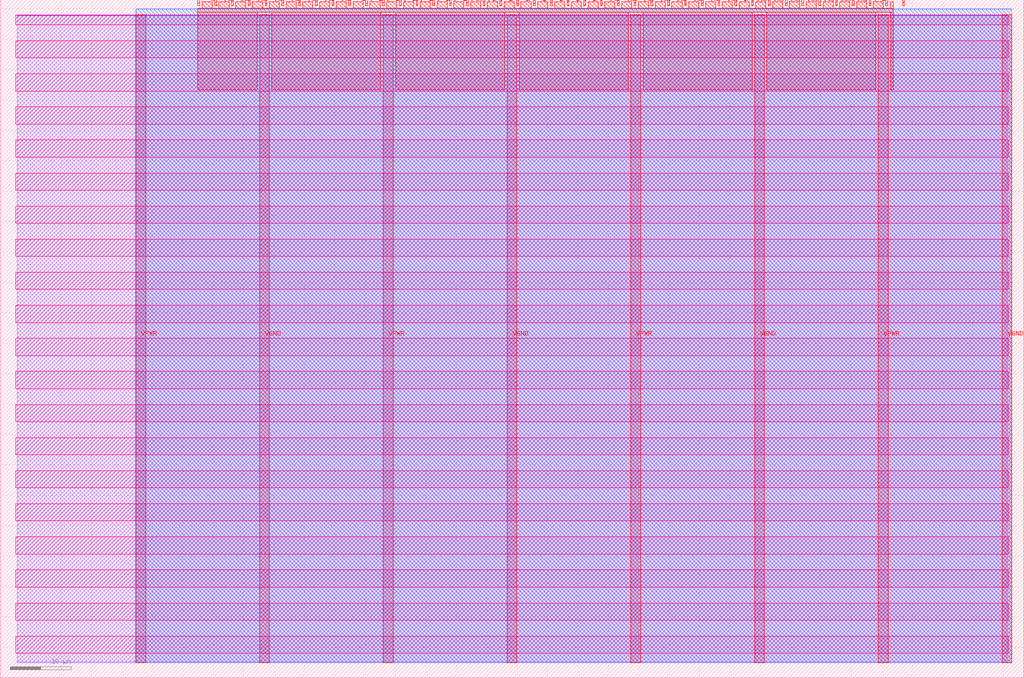
<source format=lef>
VERSION 5.7 ;
  NOWIREEXTENSIONATPIN ON ;
  DIVIDERCHAR "/" ;
  BUSBITCHARS "[]" ;
MACRO tt_um_wokwi_379824923824476161
  CLASS BLOCK ;
  FOREIGN tt_um_wokwi_379824923824476161 ;
  ORIGIN 0.000 0.000 ;
  SIZE 168.360 BY 111.520 ;
  PIN VGND
    DIRECTION INOUT ;
    USE GROUND ;
    PORT
      LAYER met4 ;
        RECT 42.670 2.480 44.270 109.040 ;
    END
    PORT
      LAYER met4 ;
        RECT 83.380 2.480 84.980 109.040 ;
    END
    PORT
      LAYER met4 ;
        RECT 124.090 2.480 125.690 109.040 ;
    END
    PORT
      LAYER met4 ;
        RECT 164.800 2.480 166.400 109.040 ;
    END
  END VGND
  PIN VPWR
    DIRECTION INOUT ;
    USE POWER ;
    PORT
      LAYER met4 ;
        RECT 22.315 2.480 23.915 109.040 ;
    END
    PORT
      LAYER met4 ;
        RECT 63.025 2.480 64.625 109.040 ;
    END
    PORT
      LAYER met4 ;
        RECT 103.735 2.480 105.335 109.040 ;
    END
    PORT
      LAYER met4 ;
        RECT 144.445 2.480 146.045 109.040 ;
    END
  END VPWR
  PIN clk
    DIRECTION INPUT ;
    USE SIGNAL ;
    ANTENNAGATEAREA 0.852000 ;
    PORT
      LAYER met4 ;
        RECT 145.670 110.520 145.970 111.520 ;
    END
  END clk
  PIN ena
    DIRECTION INPUT ;
    USE SIGNAL ;
    PORT
      LAYER met4 ;
        RECT 148.430 110.520 148.730 111.520 ;
    END
  END ena
  PIN rst_n
    DIRECTION INPUT ;
    USE SIGNAL ;
    ANTENNAGATEAREA 0.196500 ;
    PORT
      LAYER met4 ;
        RECT 142.910 110.520 143.210 111.520 ;
    END
  END rst_n
  PIN ui_in[0]
    DIRECTION INPUT ;
    USE SIGNAL ;
    PORT
      LAYER met4 ;
        RECT 140.150 110.520 140.450 111.520 ;
    END
  END ui_in[0]
  PIN ui_in[1]
    DIRECTION INPUT ;
    USE SIGNAL ;
    ANTENNAGATEAREA 0.196500 ;
    PORT
      LAYER met4 ;
        RECT 137.390 110.520 137.690 111.520 ;
    END
  END ui_in[1]
  PIN ui_in[2]
    DIRECTION INPUT ;
    USE SIGNAL ;
    PORT
      LAYER met4 ;
        RECT 134.630 110.520 134.930 111.520 ;
    END
  END ui_in[2]
  PIN ui_in[3]
    DIRECTION INPUT ;
    USE SIGNAL ;
    PORT
      LAYER met4 ;
        RECT 131.870 110.520 132.170 111.520 ;
    END
  END ui_in[3]
  PIN ui_in[4]
    DIRECTION INPUT ;
    USE SIGNAL ;
    PORT
      LAYER met4 ;
        RECT 129.110 110.520 129.410 111.520 ;
    END
  END ui_in[4]
  PIN ui_in[5]
    DIRECTION INPUT ;
    USE SIGNAL ;
    PORT
      LAYER met4 ;
        RECT 126.350 110.520 126.650 111.520 ;
    END
  END ui_in[5]
  PIN ui_in[6]
    DIRECTION INPUT ;
    USE SIGNAL ;
    ANTENNAGATEAREA 0.196500 ;
    PORT
      LAYER met4 ;
        RECT 123.590 110.520 123.890 111.520 ;
    END
  END ui_in[6]
  PIN ui_in[7]
    DIRECTION INPUT ;
    USE SIGNAL ;
    ANTENNAGATEAREA 0.196500 ;
    PORT
      LAYER met4 ;
        RECT 120.830 110.520 121.130 111.520 ;
    END
  END ui_in[7]
  PIN uio_in[0]
    DIRECTION INPUT ;
    USE SIGNAL ;
    PORT
      LAYER met4 ;
        RECT 118.070 110.520 118.370 111.520 ;
    END
  END uio_in[0]
  PIN uio_in[1]
    DIRECTION INPUT ;
    USE SIGNAL ;
    PORT
      LAYER met4 ;
        RECT 115.310 110.520 115.610 111.520 ;
    END
  END uio_in[1]
  PIN uio_in[2]
    DIRECTION INPUT ;
    USE SIGNAL ;
    PORT
      LAYER met4 ;
        RECT 112.550 110.520 112.850 111.520 ;
    END
  END uio_in[2]
  PIN uio_in[3]
    DIRECTION INPUT ;
    USE SIGNAL ;
    PORT
      LAYER met4 ;
        RECT 109.790 110.520 110.090 111.520 ;
    END
  END uio_in[3]
  PIN uio_in[4]
    DIRECTION INPUT ;
    USE SIGNAL ;
    PORT
      LAYER met4 ;
        RECT 107.030 110.520 107.330 111.520 ;
    END
  END uio_in[4]
  PIN uio_in[5]
    DIRECTION INPUT ;
    USE SIGNAL ;
    PORT
      LAYER met4 ;
        RECT 104.270 110.520 104.570 111.520 ;
    END
  END uio_in[5]
  PIN uio_in[6]
    DIRECTION INPUT ;
    USE SIGNAL ;
    PORT
      LAYER met4 ;
        RECT 101.510 110.520 101.810 111.520 ;
    END
  END uio_in[6]
  PIN uio_in[7]
    DIRECTION INPUT ;
    USE SIGNAL ;
    PORT
      LAYER met4 ;
        RECT 98.750 110.520 99.050 111.520 ;
    END
  END uio_in[7]
  PIN uio_oe[0]
    DIRECTION OUTPUT TRISTATE ;
    USE SIGNAL ;
    PORT
      LAYER met4 ;
        RECT 51.830 110.520 52.130 111.520 ;
    END
  END uio_oe[0]
  PIN uio_oe[1]
    DIRECTION OUTPUT TRISTATE ;
    USE SIGNAL ;
    PORT
      LAYER met4 ;
        RECT 49.070 110.520 49.370 111.520 ;
    END
  END uio_oe[1]
  PIN uio_oe[2]
    DIRECTION OUTPUT TRISTATE ;
    USE SIGNAL ;
    PORT
      LAYER met4 ;
        RECT 46.310 110.520 46.610 111.520 ;
    END
  END uio_oe[2]
  PIN uio_oe[3]
    DIRECTION OUTPUT TRISTATE ;
    USE SIGNAL ;
    PORT
      LAYER met4 ;
        RECT 43.550 110.520 43.850 111.520 ;
    END
  END uio_oe[3]
  PIN uio_oe[4]
    DIRECTION OUTPUT TRISTATE ;
    USE SIGNAL ;
    PORT
      LAYER met4 ;
        RECT 40.790 110.520 41.090 111.520 ;
    END
  END uio_oe[4]
  PIN uio_oe[5]
    DIRECTION OUTPUT TRISTATE ;
    USE SIGNAL ;
    PORT
      LAYER met4 ;
        RECT 38.030 110.520 38.330 111.520 ;
    END
  END uio_oe[5]
  PIN uio_oe[6]
    DIRECTION OUTPUT TRISTATE ;
    USE SIGNAL ;
    PORT
      LAYER met4 ;
        RECT 35.270 110.520 35.570 111.520 ;
    END
  END uio_oe[6]
  PIN uio_oe[7]
    DIRECTION OUTPUT TRISTATE ;
    USE SIGNAL ;
    PORT
      LAYER met4 ;
        RECT 32.510 110.520 32.810 111.520 ;
    END
  END uio_oe[7]
  PIN uio_out[0]
    DIRECTION OUTPUT TRISTATE ;
    USE SIGNAL ;
    ANTENNADIFFAREA 0.445500 ;
    PORT
      LAYER met4 ;
        RECT 73.910 110.520 74.210 111.520 ;
    END
  END uio_out[0]
  PIN uio_out[1]
    DIRECTION OUTPUT TRISTATE ;
    USE SIGNAL ;
    ANTENNADIFFAREA 0.445500 ;
    PORT
      LAYER met4 ;
        RECT 71.150 110.520 71.450 111.520 ;
    END
  END uio_out[1]
  PIN uio_out[2]
    DIRECTION OUTPUT TRISTATE ;
    USE SIGNAL ;
    ANTENNADIFFAREA 0.445500 ;
    PORT
      LAYER met4 ;
        RECT 68.390 110.520 68.690 111.520 ;
    END
  END uio_out[2]
  PIN uio_out[3]
    DIRECTION OUTPUT TRISTATE ;
    USE SIGNAL ;
    ANTENNADIFFAREA 0.445500 ;
    PORT
      LAYER met4 ;
        RECT 65.630 110.520 65.930 111.520 ;
    END
  END uio_out[3]
  PIN uio_out[4]
    DIRECTION OUTPUT TRISTATE ;
    USE SIGNAL ;
    ANTENNADIFFAREA 0.445500 ;
    PORT
      LAYER met4 ;
        RECT 62.870 110.520 63.170 111.520 ;
    END
  END uio_out[4]
  PIN uio_out[5]
    DIRECTION OUTPUT TRISTATE ;
    USE SIGNAL ;
    ANTENNADIFFAREA 0.445500 ;
    PORT
      LAYER met4 ;
        RECT 60.110 110.520 60.410 111.520 ;
    END
  END uio_out[5]
  PIN uio_out[6]
    DIRECTION OUTPUT TRISTATE ;
    USE SIGNAL ;
    ANTENNADIFFAREA 0.445500 ;
    PORT
      LAYER met4 ;
        RECT 57.350 110.520 57.650 111.520 ;
    END
  END uio_out[6]
  PIN uio_out[7]
    DIRECTION OUTPUT TRISTATE ;
    USE SIGNAL ;
    ANTENNADIFFAREA 0.445500 ;
    PORT
      LAYER met4 ;
        RECT 54.590 110.520 54.890 111.520 ;
    END
  END uio_out[7]
  PIN uo_out[0]
    DIRECTION OUTPUT TRISTATE ;
    USE SIGNAL ;
    ANTENNADIFFAREA 0.795200 ;
    PORT
      LAYER met4 ;
        RECT 95.990 110.520 96.290 111.520 ;
    END
  END uo_out[0]
  PIN uo_out[1]
    DIRECTION OUTPUT TRISTATE ;
    USE SIGNAL ;
    ANTENNADIFFAREA 0.445500 ;
    PORT
      LAYER met4 ;
        RECT 93.230 110.520 93.530 111.520 ;
    END
  END uo_out[1]
  PIN uo_out[2]
    DIRECTION OUTPUT TRISTATE ;
    USE SIGNAL ;
    ANTENNADIFFAREA 0.795200 ;
    PORT
      LAYER met4 ;
        RECT 90.470 110.520 90.770 111.520 ;
    END
  END uo_out[2]
  PIN uo_out[3]
    DIRECTION OUTPUT TRISTATE ;
    USE SIGNAL ;
    ANTENNADIFFAREA 0.445500 ;
    PORT
      LAYER met4 ;
        RECT 87.710 110.520 88.010 111.520 ;
    END
  END uo_out[3]
  PIN uo_out[4]
    DIRECTION OUTPUT TRISTATE ;
    USE SIGNAL ;
    ANTENNADIFFAREA 0.445500 ;
    PORT
      LAYER met4 ;
        RECT 84.950 110.520 85.250 111.520 ;
    END
  END uo_out[4]
  PIN uo_out[5]
    DIRECTION OUTPUT TRISTATE ;
    USE SIGNAL ;
    ANTENNADIFFAREA 0.445500 ;
    PORT
      LAYER met4 ;
        RECT 82.190 110.520 82.490 111.520 ;
    END
  END uo_out[5]
  PIN uo_out[6]
    DIRECTION OUTPUT TRISTATE ;
    USE SIGNAL ;
    ANTENNADIFFAREA 0.445500 ;
    PORT
      LAYER met4 ;
        RECT 79.430 110.520 79.730 111.520 ;
    END
  END uo_out[6]
  PIN uo_out[7]
    DIRECTION OUTPUT TRISTATE ;
    USE SIGNAL ;
    ANTENNADIFFAREA 0.795200 ;
    PORT
      LAYER met4 ;
        RECT 76.670 110.520 76.970 111.520 ;
    END
  END uo_out[7]
  OBS
      LAYER nwell ;
        RECT 2.570 107.385 165.790 108.990 ;
        RECT 2.570 101.945 165.790 104.775 ;
        RECT 2.570 96.505 165.790 99.335 ;
        RECT 2.570 91.065 165.790 93.895 ;
        RECT 2.570 85.625 165.790 88.455 ;
        RECT 2.570 80.185 165.790 83.015 ;
        RECT 2.570 74.745 165.790 77.575 ;
        RECT 2.570 69.305 165.790 72.135 ;
        RECT 2.570 63.865 165.790 66.695 ;
        RECT 2.570 58.425 165.790 61.255 ;
        RECT 2.570 52.985 165.790 55.815 ;
        RECT 2.570 47.545 165.790 50.375 ;
        RECT 2.570 42.105 165.790 44.935 ;
        RECT 2.570 36.665 165.790 39.495 ;
        RECT 2.570 31.225 165.790 34.055 ;
        RECT 2.570 25.785 165.790 28.615 ;
        RECT 2.570 20.345 165.790 23.175 ;
        RECT 2.570 14.905 165.790 17.735 ;
        RECT 2.570 9.465 165.790 12.295 ;
        RECT 2.570 4.025 165.790 6.855 ;
      LAYER li1 ;
        RECT 2.760 2.635 165.600 108.885 ;
      LAYER met1 ;
        RECT 2.760 2.480 166.400 109.040 ;
      LAYER met2 ;
        RECT 22.345 2.535 166.370 110.005 ;
      LAYER met3 ;
        RECT 22.325 2.555 166.390 109.985 ;
      LAYER met4 ;
        RECT 33.210 110.120 34.870 111.170 ;
        RECT 35.970 110.120 37.630 111.170 ;
        RECT 38.730 110.120 40.390 111.170 ;
        RECT 41.490 110.120 43.150 111.170 ;
        RECT 44.250 110.120 45.910 111.170 ;
        RECT 47.010 110.120 48.670 111.170 ;
        RECT 49.770 110.120 51.430 111.170 ;
        RECT 52.530 110.120 54.190 111.170 ;
        RECT 55.290 110.120 56.950 111.170 ;
        RECT 58.050 110.120 59.710 111.170 ;
        RECT 60.810 110.120 62.470 111.170 ;
        RECT 63.570 110.120 65.230 111.170 ;
        RECT 66.330 110.120 67.990 111.170 ;
        RECT 69.090 110.120 70.750 111.170 ;
        RECT 71.850 110.120 73.510 111.170 ;
        RECT 74.610 110.120 76.270 111.170 ;
        RECT 77.370 110.120 79.030 111.170 ;
        RECT 80.130 110.120 81.790 111.170 ;
        RECT 82.890 110.120 84.550 111.170 ;
        RECT 85.650 110.120 87.310 111.170 ;
        RECT 88.410 110.120 90.070 111.170 ;
        RECT 91.170 110.120 92.830 111.170 ;
        RECT 93.930 110.120 95.590 111.170 ;
        RECT 96.690 110.120 98.350 111.170 ;
        RECT 99.450 110.120 101.110 111.170 ;
        RECT 102.210 110.120 103.870 111.170 ;
        RECT 104.970 110.120 106.630 111.170 ;
        RECT 107.730 110.120 109.390 111.170 ;
        RECT 110.490 110.120 112.150 111.170 ;
        RECT 113.250 110.120 114.910 111.170 ;
        RECT 116.010 110.120 117.670 111.170 ;
        RECT 118.770 110.120 120.430 111.170 ;
        RECT 121.530 110.120 123.190 111.170 ;
        RECT 124.290 110.120 125.950 111.170 ;
        RECT 127.050 110.120 128.710 111.170 ;
        RECT 129.810 110.120 131.470 111.170 ;
        RECT 132.570 110.120 134.230 111.170 ;
        RECT 135.330 110.120 136.990 111.170 ;
        RECT 138.090 110.120 139.750 111.170 ;
        RECT 140.850 110.120 142.510 111.170 ;
        RECT 143.610 110.120 145.270 111.170 ;
        RECT 146.370 110.120 146.905 111.170 ;
        RECT 32.495 109.440 146.905 110.120 ;
        RECT 32.495 96.735 42.270 109.440 ;
        RECT 44.670 96.735 62.625 109.440 ;
        RECT 65.025 96.735 82.980 109.440 ;
        RECT 85.380 96.735 103.335 109.440 ;
        RECT 105.735 96.735 123.690 109.440 ;
        RECT 126.090 96.735 144.045 109.440 ;
        RECT 146.445 96.735 146.905 109.440 ;
  END
END tt_um_wokwi_379824923824476161
END LIBRARY


</source>
